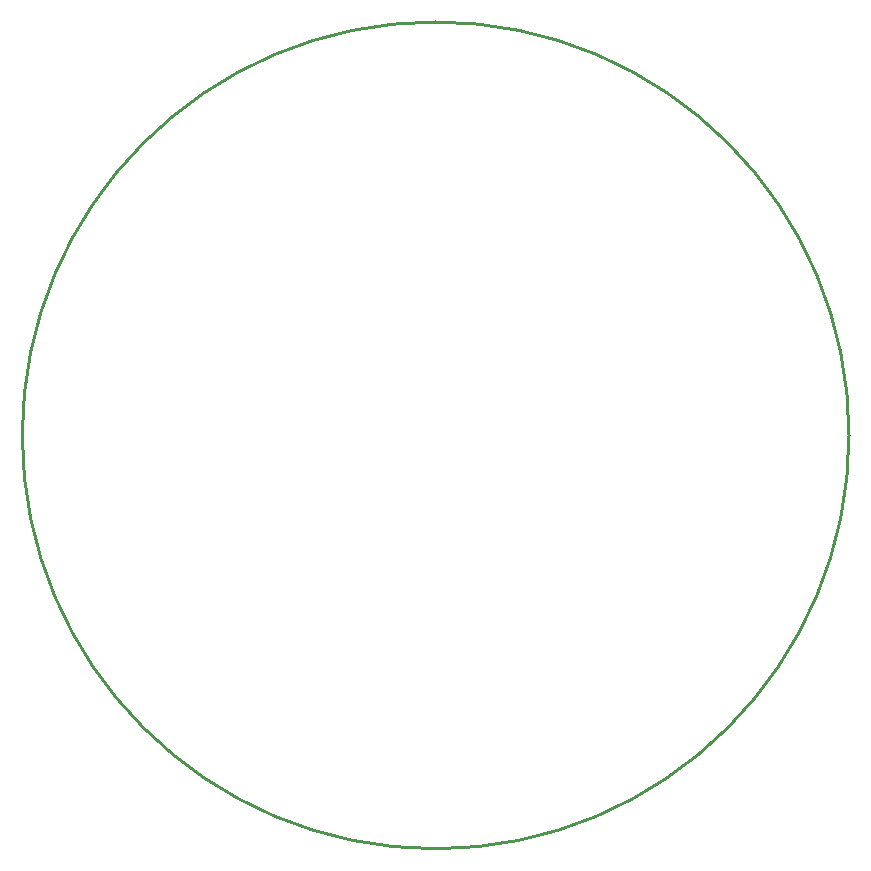
<source format=gko>
G04 Layer: BoardOutlineLayer*
G04 EasyEDA v6.5.5, 2022-05-19 09:40:35*
G04 cccee4e8604c442182ae7a2f59335eea,d4d611e81e4947998488be7877915955,10*
G04 Gerber Generator version 0.2*
G04 Scale: 100 percent, Rotated: No, Reflected: No *
G04 Dimensions in millimeters *
G04 leading zeros omitted , absolute positions ,4 integer and 5 decimal *
%FSLAX45Y45*%
%MOMM*%

%ADD10C,0.2540*%
D10*
G75*
G01
X8541893Y3022600D02*
G03X8541893Y3022600I-3499993J0D01*

%LPD*%
M02*

</source>
